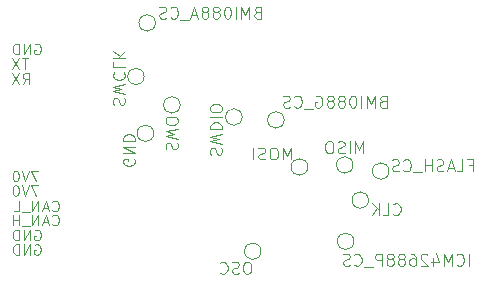
<source format=gbo>
G04 #@! TF.GenerationSoftware,KiCad,Pcbnew,8.0.1*
G04 #@! TF.CreationDate,2024-04-22T06:17:08+03:00*
G04 #@! TF.ProjectId,IMU module,494d5520-6d6f-4647-956c-652e6b696361,rev?*
G04 #@! TF.SameCoordinates,Original*
G04 #@! TF.FileFunction,Legend,Bot*
G04 #@! TF.FilePolarity,Positive*
%FSLAX46Y46*%
G04 Gerber Fmt 4.6, Leading zero omitted, Abs format (unit mm)*
G04 Created by KiCad (PCBNEW 8.0.1) date 2024-04-22 06:17:08*
%MOMM*%
%LPD*%
G01*
G04 APERTURE LIST*
%ADD10C,0.100000*%
%ADD11C,0.120000*%
%ADD12C,0.500000*%
%ADD13O,2.000000X1.090000*%
%ADD14O,1.600000X1.050000*%
%ADD15C,0.900000*%
%ADD16C,1.000000*%
G04 APERTURE END LIST*
D10*
X138030200Y-97652734D02*
X137982580Y-97509877D01*
X137982580Y-97509877D02*
X137982580Y-97271782D01*
X137982580Y-97271782D02*
X138030200Y-97176544D01*
X138030200Y-97176544D02*
X138077819Y-97128925D01*
X138077819Y-97128925D02*
X138173057Y-97081306D01*
X138173057Y-97081306D02*
X138268295Y-97081306D01*
X138268295Y-97081306D02*
X138363533Y-97128925D01*
X138363533Y-97128925D02*
X138411152Y-97176544D01*
X138411152Y-97176544D02*
X138458771Y-97271782D01*
X138458771Y-97271782D02*
X138506390Y-97462258D01*
X138506390Y-97462258D02*
X138554009Y-97557496D01*
X138554009Y-97557496D02*
X138601628Y-97605115D01*
X138601628Y-97605115D02*
X138696866Y-97652734D01*
X138696866Y-97652734D02*
X138792104Y-97652734D01*
X138792104Y-97652734D02*
X138887342Y-97605115D01*
X138887342Y-97605115D02*
X138934961Y-97557496D01*
X138934961Y-97557496D02*
X138982580Y-97462258D01*
X138982580Y-97462258D02*
X138982580Y-97224163D01*
X138982580Y-97224163D02*
X138934961Y-97081306D01*
X138982580Y-96747972D02*
X137982580Y-96509877D01*
X137982580Y-96509877D02*
X138696866Y-96319401D01*
X138696866Y-96319401D02*
X137982580Y-96128925D01*
X137982580Y-96128925D02*
X138982580Y-95890830D01*
X138077819Y-94938449D02*
X138030200Y-94986068D01*
X138030200Y-94986068D02*
X137982580Y-95128925D01*
X137982580Y-95128925D02*
X137982580Y-95224163D01*
X137982580Y-95224163D02*
X138030200Y-95367020D01*
X138030200Y-95367020D02*
X138125438Y-95462258D01*
X138125438Y-95462258D02*
X138220676Y-95509877D01*
X138220676Y-95509877D02*
X138411152Y-95557496D01*
X138411152Y-95557496D02*
X138554009Y-95557496D01*
X138554009Y-95557496D02*
X138744485Y-95509877D01*
X138744485Y-95509877D02*
X138839723Y-95462258D01*
X138839723Y-95462258D02*
X138934961Y-95367020D01*
X138934961Y-95367020D02*
X138982580Y-95224163D01*
X138982580Y-95224163D02*
X138982580Y-95128925D01*
X138982580Y-95128925D02*
X138934961Y-94986068D01*
X138934961Y-94986068D02*
X138887342Y-94938449D01*
X137982580Y-94033687D02*
X137982580Y-94509877D01*
X137982580Y-94509877D02*
X138982580Y-94509877D01*
X137982580Y-93700353D02*
X138982580Y-93700353D01*
X137982580Y-93128925D02*
X138554009Y-93557496D01*
X138982580Y-93128925D02*
X138411152Y-93700353D01*
X130346925Y-95901111D02*
X130646925Y-95472539D01*
X130861211Y-95901111D02*
X130861211Y-95001111D01*
X130861211Y-95001111D02*
X130518354Y-95001111D01*
X130518354Y-95001111D02*
X130432639Y-95043968D01*
X130432639Y-95043968D02*
X130389782Y-95086825D01*
X130389782Y-95086825D02*
X130346925Y-95172539D01*
X130346925Y-95172539D02*
X130346925Y-95301111D01*
X130346925Y-95301111D02*
X130389782Y-95386825D01*
X130389782Y-95386825D02*
X130432639Y-95429682D01*
X130432639Y-95429682D02*
X130518354Y-95472539D01*
X130518354Y-95472539D02*
X130861211Y-95472539D01*
X130046925Y-95001111D02*
X129446925Y-95901111D01*
X129446925Y-95001111D02*
X130046925Y-95901111D01*
X168128115Y-111295419D02*
X168128115Y-110295419D01*
X167080497Y-111200180D02*
X167128116Y-111247800D01*
X167128116Y-111247800D02*
X167270973Y-111295419D01*
X167270973Y-111295419D02*
X167366211Y-111295419D01*
X167366211Y-111295419D02*
X167509068Y-111247800D01*
X167509068Y-111247800D02*
X167604306Y-111152561D01*
X167604306Y-111152561D02*
X167651925Y-111057323D01*
X167651925Y-111057323D02*
X167699544Y-110866847D01*
X167699544Y-110866847D02*
X167699544Y-110723990D01*
X167699544Y-110723990D02*
X167651925Y-110533514D01*
X167651925Y-110533514D02*
X167604306Y-110438276D01*
X167604306Y-110438276D02*
X167509068Y-110343038D01*
X167509068Y-110343038D02*
X167366211Y-110295419D01*
X167366211Y-110295419D02*
X167270973Y-110295419D01*
X167270973Y-110295419D02*
X167128116Y-110343038D01*
X167128116Y-110343038D02*
X167080497Y-110390657D01*
X166651925Y-111295419D02*
X166651925Y-110295419D01*
X166651925Y-110295419D02*
X166318592Y-111009704D01*
X166318592Y-111009704D02*
X165985259Y-110295419D01*
X165985259Y-110295419D02*
X165985259Y-111295419D01*
X165080497Y-110628752D02*
X165080497Y-111295419D01*
X165318592Y-110247800D02*
X165556687Y-110962085D01*
X165556687Y-110962085D02*
X164937640Y-110962085D01*
X164604306Y-110390657D02*
X164556687Y-110343038D01*
X164556687Y-110343038D02*
X164461449Y-110295419D01*
X164461449Y-110295419D02*
X164223354Y-110295419D01*
X164223354Y-110295419D02*
X164128116Y-110343038D01*
X164128116Y-110343038D02*
X164080497Y-110390657D01*
X164080497Y-110390657D02*
X164032878Y-110485895D01*
X164032878Y-110485895D02*
X164032878Y-110581133D01*
X164032878Y-110581133D02*
X164080497Y-110723990D01*
X164080497Y-110723990D02*
X164651925Y-111295419D01*
X164651925Y-111295419D02*
X164032878Y-111295419D01*
X163175735Y-110295419D02*
X163366211Y-110295419D01*
X163366211Y-110295419D02*
X163461449Y-110343038D01*
X163461449Y-110343038D02*
X163509068Y-110390657D01*
X163509068Y-110390657D02*
X163604306Y-110533514D01*
X163604306Y-110533514D02*
X163651925Y-110723990D01*
X163651925Y-110723990D02*
X163651925Y-111104942D01*
X163651925Y-111104942D02*
X163604306Y-111200180D01*
X163604306Y-111200180D02*
X163556687Y-111247800D01*
X163556687Y-111247800D02*
X163461449Y-111295419D01*
X163461449Y-111295419D02*
X163270973Y-111295419D01*
X163270973Y-111295419D02*
X163175735Y-111247800D01*
X163175735Y-111247800D02*
X163128116Y-111200180D01*
X163128116Y-111200180D02*
X163080497Y-111104942D01*
X163080497Y-111104942D02*
X163080497Y-110866847D01*
X163080497Y-110866847D02*
X163128116Y-110771609D01*
X163128116Y-110771609D02*
X163175735Y-110723990D01*
X163175735Y-110723990D02*
X163270973Y-110676371D01*
X163270973Y-110676371D02*
X163461449Y-110676371D01*
X163461449Y-110676371D02*
X163556687Y-110723990D01*
X163556687Y-110723990D02*
X163604306Y-110771609D01*
X163604306Y-110771609D02*
X163651925Y-110866847D01*
X162509068Y-110723990D02*
X162604306Y-110676371D01*
X162604306Y-110676371D02*
X162651925Y-110628752D01*
X162651925Y-110628752D02*
X162699544Y-110533514D01*
X162699544Y-110533514D02*
X162699544Y-110485895D01*
X162699544Y-110485895D02*
X162651925Y-110390657D01*
X162651925Y-110390657D02*
X162604306Y-110343038D01*
X162604306Y-110343038D02*
X162509068Y-110295419D01*
X162509068Y-110295419D02*
X162318592Y-110295419D01*
X162318592Y-110295419D02*
X162223354Y-110343038D01*
X162223354Y-110343038D02*
X162175735Y-110390657D01*
X162175735Y-110390657D02*
X162128116Y-110485895D01*
X162128116Y-110485895D02*
X162128116Y-110533514D01*
X162128116Y-110533514D02*
X162175735Y-110628752D01*
X162175735Y-110628752D02*
X162223354Y-110676371D01*
X162223354Y-110676371D02*
X162318592Y-110723990D01*
X162318592Y-110723990D02*
X162509068Y-110723990D01*
X162509068Y-110723990D02*
X162604306Y-110771609D01*
X162604306Y-110771609D02*
X162651925Y-110819228D01*
X162651925Y-110819228D02*
X162699544Y-110914466D01*
X162699544Y-110914466D02*
X162699544Y-111104942D01*
X162699544Y-111104942D02*
X162651925Y-111200180D01*
X162651925Y-111200180D02*
X162604306Y-111247800D01*
X162604306Y-111247800D02*
X162509068Y-111295419D01*
X162509068Y-111295419D02*
X162318592Y-111295419D01*
X162318592Y-111295419D02*
X162223354Y-111247800D01*
X162223354Y-111247800D02*
X162175735Y-111200180D01*
X162175735Y-111200180D02*
X162128116Y-111104942D01*
X162128116Y-111104942D02*
X162128116Y-110914466D01*
X162128116Y-110914466D02*
X162175735Y-110819228D01*
X162175735Y-110819228D02*
X162223354Y-110771609D01*
X162223354Y-110771609D02*
X162318592Y-110723990D01*
X161556687Y-110723990D02*
X161651925Y-110676371D01*
X161651925Y-110676371D02*
X161699544Y-110628752D01*
X161699544Y-110628752D02*
X161747163Y-110533514D01*
X161747163Y-110533514D02*
X161747163Y-110485895D01*
X161747163Y-110485895D02*
X161699544Y-110390657D01*
X161699544Y-110390657D02*
X161651925Y-110343038D01*
X161651925Y-110343038D02*
X161556687Y-110295419D01*
X161556687Y-110295419D02*
X161366211Y-110295419D01*
X161366211Y-110295419D02*
X161270973Y-110343038D01*
X161270973Y-110343038D02*
X161223354Y-110390657D01*
X161223354Y-110390657D02*
X161175735Y-110485895D01*
X161175735Y-110485895D02*
X161175735Y-110533514D01*
X161175735Y-110533514D02*
X161223354Y-110628752D01*
X161223354Y-110628752D02*
X161270973Y-110676371D01*
X161270973Y-110676371D02*
X161366211Y-110723990D01*
X161366211Y-110723990D02*
X161556687Y-110723990D01*
X161556687Y-110723990D02*
X161651925Y-110771609D01*
X161651925Y-110771609D02*
X161699544Y-110819228D01*
X161699544Y-110819228D02*
X161747163Y-110914466D01*
X161747163Y-110914466D02*
X161747163Y-111104942D01*
X161747163Y-111104942D02*
X161699544Y-111200180D01*
X161699544Y-111200180D02*
X161651925Y-111247800D01*
X161651925Y-111247800D02*
X161556687Y-111295419D01*
X161556687Y-111295419D02*
X161366211Y-111295419D01*
X161366211Y-111295419D02*
X161270973Y-111247800D01*
X161270973Y-111247800D02*
X161223354Y-111200180D01*
X161223354Y-111200180D02*
X161175735Y-111104942D01*
X161175735Y-111104942D02*
X161175735Y-110914466D01*
X161175735Y-110914466D02*
X161223354Y-110819228D01*
X161223354Y-110819228D02*
X161270973Y-110771609D01*
X161270973Y-110771609D02*
X161366211Y-110723990D01*
X160747163Y-111295419D02*
X160747163Y-110295419D01*
X160747163Y-110295419D02*
X160366211Y-110295419D01*
X160366211Y-110295419D02*
X160270973Y-110343038D01*
X160270973Y-110343038D02*
X160223354Y-110390657D01*
X160223354Y-110390657D02*
X160175735Y-110485895D01*
X160175735Y-110485895D02*
X160175735Y-110628752D01*
X160175735Y-110628752D02*
X160223354Y-110723990D01*
X160223354Y-110723990D02*
X160270973Y-110771609D01*
X160270973Y-110771609D02*
X160366211Y-110819228D01*
X160366211Y-110819228D02*
X160747163Y-110819228D01*
X159985259Y-111390657D02*
X159223354Y-111390657D01*
X158413830Y-111200180D02*
X158461449Y-111247800D01*
X158461449Y-111247800D02*
X158604306Y-111295419D01*
X158604306Y-111295419D02*
X158699544Y-111295419D01*
X158699544Y-111295419D02*
X158842401Y-111247800D01*
X158842401Y-111247800D02*
X158937639Y-111152561D01*
X158937639Y-111152561D02*
X158985258Y-111057323D01*
X158985258Y-111057323D02*
X159032877Y-110866847D01*
X159032877Y-110866847D02*
X159032877Y-110723990D01*
X159032877Y-110723990D02*
X158985258Y-110533514D01*
X158985258Y-110533514D02*
X158937639Y-110438276D01*
X158937639Y-110438276D02*
X158842401Y-110343038D01*
X158842401Y-110343038D02*
X158699544Y-110295419D01*
X158699544Y-110295419D02*
X158604306Y-110295419D01*
X158604306Y-110295419D02*
X158461449Y-110343038D01*
X158461449Y-110343038D02*
X158413830Y-110390657D01*
X158032877Y-111247800D02*
X157890020Y-111295419D01*
X157890020Y-111295419D02*
X157651925Y-111295419D01*
X157651925Y-111295419D02*
X157556687Y-111247800D01*
X157556687Y-111247800D02*
X157509068Y-111200180D01*
X157509068Y-111200180D02*
X157461449Y-111104942D01*
X157461449Y-111104942D02*
X157461449Y-111009704D01*
X157461449Y-111009704D02*
X157509068Y-110914466D01*
X157509068Y-110914466D02*
X157556687Y-110866847D01*
X157556687Y-110866847D02*
X157651925Y-110819228D01*
X157651925Y-110819228D02*
X157842401Y-110771609D01*
X157842401Y-110771609D02*
X157937639Y-110723990D01*
X157937639Y-110723990D02*
X157985258Y-110676371D01*
X157985258Y-110676371D02*
X158032877Y-110581133D01*
X158032877Y-110581133D02*
X158032877Y-110485895D01*
X158032877Y-110485895D02*
X157985258Y-110390657D01*
X157985258Y-110390657D02*
X157937639Y-110343038D01*
X157937639Y-110343038D02*
X157842401Y-110295419D01*
X157842401Y-110295419D02*
X157604306Y-110295419D01*
X157604306Y-110295419D02*
X157461449Y-110343038D01*
X150197782Y-89851609D02*
X150054925Y-89899228D01*
X150054925Y-89899228D02*
X150007306Y-89946847D01*
X150007306Y-89946847D02*
X149959687Y-90042085D01*
X149959687Y-90042085D02*
X149959687Y-90184942D01*
X149959687Y-90184942D02*
X150007306Y-90280180D01*
X150007306Y-90280180D02*
X150054925Y-90327800D01*
X150054925Y-90327800D02*
X150150163Y-90375419D01*
X150150163Y-90375419D02*
X150531115Y-90375419D01*
X150531115Y-90375419D02*
X150531115Y-89375419D01*
X150531115Y-89375419D02*
X150197782Y-89375419D01*
X150197782Y-89375419D02*
X150102544Y-89423038D01*
X150102544Y-89423038D02*
X150054925Y-89470657D01*
X150054925Y-89470657D02*
X150007306Y-89565895D01*
X150007306Y-89565895D02*
X150007306Y-89661133D01*
X150007306Y-89661133D02*
X150054925Y-89756371D01*
X150054925Y-89756371D02*
X150102544Y-89803990D01*
X150102544Y-89803990D02*
X150197782Y-89851609D01*
X150197782Y-89851609D02*
X150531115Y-89851609D01*
X149531115Y-90375419D02*
X149531115Y-89375419D01*
X149531115Y-89375419D02*
X149197782Y-90089704D01*
X149197782Y-90089704D02*
X148864449Y-89375419D01*
X148864449Y-89375419D02*
X148864449Y-90375419D01*
X148388258Y-90375419D02*
X148388258Y-89375419D01*
X147721592Y-89375419D02*
X147626354Y-89375419D01*
X147626354Y-89375419D02*
X147531116Y-89423038D01*
X147531116Y-89423038D02*
X147483497Y-89470657D01*
X147483497Y-89470657D02*
X147435878Y-89565895D01*
X147435878Y-89565895D02*
X147388259Y-89756371D01*
X147388259Y-89756371D02*
X147388259Y-89994466D01*
X147388259Y-89994466D02*
X147435878Y-90184942D01*
X147435878Y-90184942D02*
X147483497Y-90280180D01*
X147483497Y-90280180D02*
X147531116Y-90327800D01*
X147531116Y-90327800D02*
X147626354Y-90375419D01*
X147626354Y-90375419D02*
X147721592Y-90375419D01*
X147721592Y-90375419D02*
X147816830Y-90327800D01*
X147816830Y-90327800D02*
X147864449Y-90280180D01*
X147864449Y-90280180D02*
X147912068Y-90184942D01*
X147912068Y-90184942D02*
X147959687Y-89994466D01*
X147959687Y-89994466D02*
X147959687Y-89756371D01*
X147959687Y-89756371D02*
X147912068Y-89565895D01*
X147912068Y-89565895D02*
X147864449Y-89470657D01*
X147864449Y-89470657D02*
X147816830Y-89423038D01*
X147816830Y-89423038D02*
X147721592Y-89375419D01*
X146816830Y-89803990D02*
X146912068Y-89756371D01*
X146912068Y-89756371D02*
X146959687Y-89708752D01*
X146959687Y-89708752D02*
X147007306Y-89613514D01*
X147007306Y-89613514D02*
X147007306Y-89565895D01*
X147007306Y-89565895D02*
X146959687Y-89470657D01*
X146959687Y-89470657D02*
X146912068Y-89423038D01*
X146912068Y-89423038D02*
X146816830Y-89375419D01*
X146816830Y-89375419D02*
X146626354Y-89375419D01*
X146626354Y-89375419D02*
X146531116Y-89423038D01*
X146531116Y-89423038D02*
X146483497Y-89470657D01*
X146483497Y-89470657D02*
X146435878Y-89565895D01*
X146435878Y-89565895D02*
X146435878Y-89613514D01*
X146435878Y-89613514D02*
X146483497Y-89708752D01*
X146483497Y-89708752D02*
X146531116Y-89756371D01*
X146531116Y-89756371D02*
X146626354Y-89803990D01*
X146626354Y-89803990D02*
X146816830Y-89803990D01*
X146816830Y-89803990D02*
X146912068Y-89851609D01*
X146912068Y-89851609D02*
X146959687Y-89899228D01*
X146959687Y-89899228D02*
X147007306Y-89994466D01*
X147007306Y-89994466D02*
X147007306Y-90184942D01*
X147007306Y-90184942D02*
X146959687Y-90280180D01*
X146959687Y-90280180D02*
X146912068Y-90327800D01*
X146912068Y-90327800D02*
X146816830Y-90375419D01*
X146816830Y-90375419D02*
X146626354Y-90375419D01*
X146626354Y-90375419D02*
X146531116Y-90327800D01*
X146531116Y-90327800D02*
X146483497Y-90280180D01*
X146483497Y-90280180D02*
X146435878Y-90184942D01*
X146435878Y-90184942D02*
X146435878Y-89994466D01*
X146435878Y-89994466D02*
X146483497Y-89899228D01*
X146483497Y-89899228D02*
X146531116Y-89851609D01*
X146531116Y-89851609D02*
X146626354Y-89803990D01*
X145864449Y-89803990D02*
X145959687Y-89756371D01*
X145959687Y-89756371D02*
X146007306Y-89708752D01*
X146007306Y-89708752D02*
X146054925Y-89613514D01*
X146054925Y-89613514D02*
X146054925Y-89565895D01*
X146054925Y-89565895D02*
X146007306Y-89470657D01*
X146007306Y-89470657D02*
X145959687Y-89423038D01*
X145959687Y-89423038D02*
X145864449Y-89375419D01*
X145864449Y-89375419D02*
X145673973Y-89375419D01*
X145673973Y-89375419D02*
X145578735Y-89423038D01*
X145578735Y-89423038D02*
X145531116Y-89470657D01*
X145531116Y-89470657D02*
X145483497Y-89565895D01*
X145483497Y-89565895D02*
X145483497Y-89613514D01*
X145483497Y-89613514D02*
X145531116Y-89708752D01*
X145531116Y-89708752D02*
X145578735Y-89756371D01*
X145578735Y-89756371D02*
X145673973Y-89803990D01*
X145673973Y-89803990D02*
X145864449Y-89803990D01*
X145864449Y-89803990D02*
X145959687Y-89851609D01*
X145959687Y-89851609D02*
X146007306Y-89899228D01*
X146007306Y-89899228D02*
X146054925Y-89994466D01*
X146054925Y-89994466D02*
X146054925Y-90184942D01*
X146054925Y-90184942D02*
X146007306Y-90280180D01*
X146007306Y-90280180D02*
X145959687Y-90327800D01*
X145959687Y-90327800D02*
X145864449Y-90375419D01*
X145864449Y-90375419D02*
X145673973Y-90375419D01*
X145673973Y-90375419D02*
X145578735Y-90327800D01*
X145578735Y-90327800D02*
X145531116Y-90280180D01*
X145531116Y-90280180D02*
X145483497Y-90184942D01*
X145483497Y-90184942D02*
X145483497Y-89994466D01*
X145483497Y-89994466D02*
X145531116Y-89899228D01*
X145531116Y-89899228D02*
X145578735Y-89851609D01*
X145578735Y-89851609D02*
X145673973Y-89803990D01*
X145102544Y-90089704D02*
X144626354Y-90089704D01*
X145197782Y-90375419D02*
X144864449Y-89375419D01*
X144864449Y-89375419D02*
X144531116Y-90375419D01*
X144435878Y-90470657D02*
X143673973Y-90470657D01*
X142864449Y-90280180D02*
X142912068Y-90327800D01*
X142912068Y-90327800D02*
X143054925Y-90375419D01*
X143054925Y-90375419D02*
X143150163Y-90375419D01*
X143150163Y-90375419D02*
X143293020Y-90327800D01*
X143293020Y-90327800D02*
X143388258Y-90232561D01*
X143388258Y-90232561D02*
X143435877Y-90137323D01*
X143435877Y-90137323D02*
X143483496Y-89946847D01*
X143483496Y-89946847D02*
X143483496Y-89803990D01*
X143483496Y-89803990D02*
X143435877Y-89613514D01*
X143435877Y-89613514D02*
X143388258Y-89518276D01*
X143388258Y-89518276D02*
X143293020Y-89423038D01*
X143293020Y-89423038D02*
X143150163Y-89375419D01*
X143150163Y-89375419D02*
X143054925Y-89375419D01*
X143054925Y-89375419D02*
X142912068Y-89423038D01*
X142912068Y-89423038D02*
X142864449Y-89470657D01*
X142483496Y-90327800D02*
X142340639Y-90375419D01*
X142340639Y-90375419D02*
X142102544Y-90375419D01*
X142102544Y-90375419D02*
X142007306Y-90327800D01*
X142007306Y-90327800D02*
X141959687Y-90280180D01*
X141959687Y-90280180D02*
X141912068Y-90184942D01*
X141912068Y-90184942D02*
X141912068Y-90089704D01*
X141912068Y-90089704D02*
X141959687Y-89994466D01*
X141959687Y-89994466D02*
X142007306Y-89946847D01*
X142007306Y-89946847D02*
X142102544Y-89899228D01*
X142102544Y-89899228D02*
X142293020Y-89851609D01*
X142293020Y-89851609D02*
X142388258Y-89803990D01*
X142388258Y-89803990D02*
X142435877Y-89756371D01*
X142435877Y-89756371D02*
X142483496Y-89661133D01*
X142483496Y-89661133D02*
X142483496Y-89565895D01*
X142483496Y-89565895D02*
X142435877Y-89470657D01*
X142435877Y-89470657D02*
X142388258Y-89423038D01*
X142388258Y-89423038D02*
X142293020Y-89375419D01*
X142293020Y-89375419D02*
X142054925Y-89375419D01*
X142054925Y-89375419D02*
X141912068Y-89423038D01*
X161717687Y-106918180D02*
X161765306Y-106965800D01*
X161765306Y-106965800D02*
X161908163Y-107013419D01*
X161908163Y-107013419D02*
X162003401Y-107013419D01*
X162003401Y-107013419D02*
X162146258Y-106965800D01*
X162146258Y-106965800D02*
X162241496Y-106870561D01*
X162241496Y-106870561D02*
X162289115Y-106775323D01*
X162289115Y-106775323D02*
X162336734Y-106584847D01*
X162336734Y-106584847D02*
X162336734Y-106441990D01*
X162336734Y-106441990D02*
X162289115Y-106251514D01*
X162289115Y-106251514D02*
X162241496Y-106156276D01*
X162241496Y-106156276D02*
X162146258Y-106061038D01*
X162146258Y-106061038D02*
X162003401Y-106013419D01*
X162003401Y-106013419D02*
X161908163Y-106013419D01*
X161908163Y-106013419D02*
X161765306Y-106061038D01*
X161765306Y-106061038D02*
X161717687Y-106108657D01*
X160812925Y-107013419D02*
X161289115Y-107013419D01*
X161289115Y-107013419D02*
X161289115Y-106013419D01*
X160479591Y-107013419D02*
X160479591Y-106013419D01*
X159908163Y-107013419D02*
X160336734Y-106441990D01*
X159908163Y-106013419D02*
X160479591Y-106584847D01*
X131375496Y-109534514D02*
X131461211Y-109491657D01*
X131461211Y-109491657D02*
X131589782Y-109491657D01*
X131589782Y-109491657D02*
X131718353Y-109534514D01*
X131718353Y-109534514D02*
X131804068Y-109620228D01*
X131804068Y-109620228D02*
X131846925Y-109705942D01*
X131846925Y-109705942D02*
X131889782Y-109877371D01*
X131889782Y-109877371D02*
X131889782Y-110005942D01*
X131889782Y-110005942D02*
X131846925Y-110177371D01*
X131846925Y-110177371D02*
X131804068Y-110263085D01*
X131804068Y-110263085D02*
X131718353Y-110348800D01*
X131718353Y-110348800D02*
X131589782Y-110391657D01*
X131589782Y-110391657D02*
X131504068Y-110391657D01*
X131504068Y-110391657D02*
X131375496Y-110348800D01*
X131375496Y-110348800D02*
X131332639Y-110305942D01*
X131332639Y-110305942D02*
X131332639Y-110005942D01*
X131332639Y-110005942D02*
X131504068Y-110005942D01*
X130946925Y-110391657D02*
X130946925Y-109491657D01*
X130946925Y-109491657D02*
X130432639Y-110391657D01*
X130432639Y-110391657D02*
X130432639Y-109491657D01*
X130004068Y-110391657D02*
X130004068Y-109491657D01*
X130004068Y-109491657D02*
X129789782Y-109491657D01*
X129789782Y-109491657D02*
X129661211Y-109534514D01*
X129661211Y-109534514D02*
X129575496Y-109620228D01*
X129575496Y-109620228D02*
X129532639Y-109705942D01*
X129532639Y-109705942D02*
X129489782Y-109877371D01*
X129489782Y-109877371D02*
X129489782Y-110005942D01*
X129489782Y-110005942D02*
X129532639Y-110177371D01*
X129532639Y-110177371D02*
X129575496Y-110263085D01*
X129575496Y-110263085D02*
X129661211Y-110348800D01*
X129661211Y-110348800D02*
X129789782Y-110391657D01*
X129789782Y-110391657D02*
X130004068Y-110391657D01*
X131675497Y-104491657D02*
X131075497Y-104491657D01*
X131075497Y-104491657D02*
X131461211Y-105391657D01*
X130861211Y-104491657D02*
X130561211Y-105391657D01*
X130561211Y-105391657D02*
X130261211Y-104491657D01*
X129789782Y-104491657D02*
X129704068Y-104491657D01*
X129704068Y-104491657D02*
X129618354Y-104534514D01*
X129618354Y-104534514D02*
X129575497Y-104577371D01*
X129575497Y-104577371D02*
X129532639Y-104663085D01*
X129532639Y-104663085D02*
X129489782Y-104834514D01*
X129489782Y-104834514D02*
X129489782Y-105048800D01*
X129489782Y-105048800D02*
X129532639Y-105220228D01*
X129532639Y-105220228D02*
X129575497Y-105305942D01*
X129575497Y-105305942D02*
X129618354Y-105348800D01*
X129618354Y-105348800D02*
X129704068Y-105391657D01*
X129704068Y-105391657D02*
X129789782Y-105391657D01*
X129789782Y-105391657D02*
X129875497Y-105348800D01*
X129875497Y-105348800D02*
X129918354Y-105305942D01*
X129918354Y-105305942D02*
X129961211Y-105220228D01*
X129961211Y-105220228D02*
X130004068Y-105048800D01*
X130004068Y-105048800D02*
X130004068Y-104834514D01*
X130004068Y-104834514D02*
X129961211Y-104663085D01*
X129961211Y-104663085D02*
X129918354Y-104577371D01*
X129918354Y-104577371D02*
X129875497Y-104534514D01*
X129875497Y-104534514D02*
X129789782Y-104491657D01*
X131675497Y-103238657D02*
X131075497Y-103238657D01*
X131075497Y-103238657D02*
X131461211Y-104138657D01*
X130861211Y-103238657D02*
X130561211Y-104138657D01*
X130561211Y-104138657D02*
X130261211Y-103238657D01*
X129789782Y-103238657D02*
X129704068Y-103238657D01*
X129704068Y-103238657D02*
X129618354Y-103281514D01*
X129618354Y-103281514D02*
X129575497Y-103324371D01*
X129575497Y-103324371D02*
X129532639Y-103410085D01*
X129532639Y-103410085D02*
X129489782Y-103581514D01*
X129489782Y-103581514D02*
X129489782Y-103795800D01*
X129489782Y-103795800D02*
X129532639Y-103967228D01*
X129532639Y-103967228D02*
X129575497Y-104052942D01*
X129575497Y-104052942D02*
X129618354Y-104095800D01*
X129618354Y-104095800D02*
X129704068Y-104138657D01*
X129704068Y-104138657D02*
X129789782Y-104138657D01*
X129789782Y-104138657D02*
X129875497Y-104095800D01*
X129875497Y-104095800D02*
X129918354Y-104052942D01*
X129918354Y-104052942D02*
X129961211Y-103967228D01*
X129961211Y-103967228D02*
X130004068Y-103795800D01*
X130004068Y-103795800D02*
X130004068Y-103581514D01*
X130004068Y-103581514D02*
X129961211Y-103410085D01*
X129961211Y-103410085D02*
X129918354Y-103324371D01*
X129918354Y-103324371D02*
X129875497Y-103281514D01*
X129875497Y-103281514D02*
X129789782Y-103238657D01*
X149444639Y-110974419D02*
X149254163Y-110974419D01*
X149254163Y-110974419D02*
X149158925Y-111022038D01*
X149158925Y-111022038D02*
X149063687Y-111117276D01*
X149063687Y-111117276D02*
X149016068Y-111307752D01*
X149016068Y-111307752D02*
X149016068Y-111641085D01*
X149016068Y-111641085D02*
X149063687Y-111831561D01*
X149063687Y-111831561D02*
X149158925Y-111926800D01*
X149158925Y-111926800D02*
X149254163Y-111974419D01*
X149254163Y-111974419D02*
X149444639Y-111974419D01*
X149444639Y-111974419D02*
X149539877Y-111926800D01*
X149539877Y-111926800D02*
X149635115Y-111831561D01*
X149635115Y-111831561D02*
X149682734Y-111641085D01*
X149682734Y-111641085D02*
X149682734Y-111307752D01*
X149682734Y-111307752D02*
X149635115Y-111117276D01*
X149635115Y-111117276D02*
X149539877Y-111022038D01*
X149539877Y-111022038D02*
X149444639Y-110974419D01*
X148635115Y-111926800D02*
X148492258Y-111974419D01*
X148492258Y-111974419D02*
X148254163Y-111974419D01*
X148254163Y-111974419D02*
X148158925Y-111926800D01*
X148158925Y-111926800D02*
X148111306Y-111879180D01*
X148111306Y-111879180D02*
X148063687Y-111783942D01*
X148063687Y-111783942D02*
X148063687Y-111688704D01*
X148063687Y-111688704D02*
X148111306Y-111593466D01*
X148111306Y-111593466D02*
X148158925Y-111545847D01*
X148158925Y-111545847D02*
X148254163Y-111498228D01*
X148254163Y-111498228D02*
X148444639Y-111450609D01*
X148444639Y-111450609D02*
X148539877Y-111402990D01*
X148539877Y-111402990D02*
X148587496Y-111355371D01*
X148587496Y-111355371D02*
X148635115Y-111260133D01*
X148635115Y-111260133D02*
X148635115Y-111164895D01*
X148635115Y-111164895D02*
X148587496Y-111069657D01*
X148587496Y-111069657D02*
X148539877Y-111022038D01*
X148539877Y-111022038D02*
X148444639Y-110974419D01*
X148444639Y-110974419D02*
X148206544Y-110974419D01*
X148206544Y-110974419D02*
X148063687Y-111022038D01*
X147063687Y-111879180D02*
X147111306Y-111926800D01*
X147111306Y-111926800D02*
X147254163Y-111974419D01*
X147254163Y-111974419D02*
X147349401Y-111974419D01*
X147349401Y-111974419D02*
X147492258Y-111926800D01*
X147492258Y-111926800D02*
X147587496Y-111831561D01*
X147587496Y-111831561D02*
X147635115Y-111736323D01*
X147635115Y-111736323D02*
X147682734Y-111545847D01*
X147682734Y-111545847D02*
X147682734Y-111402990D01*
X147682734Y-111402990D02*
X147635115Y-111212514D01*
X147635115Y-111212514D02*
X147587496Y-111117276D01*
X147587496Y-111117276D02*
X147492258Y-111022038D01*
X147492258Y-111022038D02*
X147349401Y-110974419D01*
X147349401Y-110974419D02*
X147254163Y-110974419D01*
X147254163Y-110974419D02*
X147111306Y-111022038D01*
X147111306Y-111022038D02*
X147063687Y-111069657D01*
X160818782Y-97382609D02*
X160675925Y-97430228D01*
X160675925Y-97430228D02*
X160628306Y-97477847D01*
X160628306Y-97477847D02*
X160580687Y-97573085D01*
X160580687Y-97573085D02*
X160580687Y-97715942D01*
X160580687Y-97715942D02*
X160628306Y-97811180D01*
X160628306Y-97811180D02*
X160675925Y-97858800D01*
X160675925Y-97858800D02*
X160771163Y-97906419D01*
X160771163Y-97906419D02*
X161152115Y-97906419D01*
X161152115Y-97906419D02*
X161152115Y-96906419D01*
X161152115Y-96906419D02*
X160818782Y-96906419D01*
X160818782Y-96906419D02*
X160723544Y-96954038D01*
X160723544Y-96954038D02*
X160675925Y-97001657D01*
X160675925Y-97001657D02*
X160628306Y-97096895D01*
X160628306Y-97096895D02*
X160628306Y-97192133D01*
X160628306Y-97192133D02*
X160675925Y-97287371D01*
X160675925Y-97287371D02*
X160723544Y-97334990D01*
X160723544Y-97334990D02*
X160818782Y-97382609D01*
X160818782Y-97382609D02*
X161152115Y-97382609D01*
X160152115Y-97906419D02*
X160152115Y-96906419D01*
X160152115Y-96906419D02*
X159818782Y-97620704D01*
X159818782Y-97620704D02*
X159485449Y-96906419D01*
X159485449Y-96906419D02*
X159485449Y-97906419D01*
X159009258Y-97906419D02*
X159009258Y-96906419D01*
X158342592Y-96906419D02*
X158247354Y-96906419D01*
X158247354Y-96906419D02*
X158152116Y-96954038D01*
X158152116Y-96954038D02*
X158104497Y-97001657D01*
X158104497Y-97001657D02*
X158056878Y-97096895D01*
X158056878Y-97096895D02*
X158009259Y-97287371D01*
X158009259Y-97287371D02*
X158009259Y-97525466D01*
X158009259Y-97525466D02*
X158056878Y-97715942D01*
X158056878Y-97715942D02*
X158104497Y-97811180D01*
X158104497Y-97811180D02*
X158152116Y-97858800D01*
X158152116Y-97858800D02*
X158247354Y-97906419D01*
X158247354Y-97906419D02*
X158342592Y-97906419D01*
X158342592Y-97906419D02*
X158437830Y-97858800D01*
X158437830Y-97858800D02*
X158485449Y-97811180D01*
X158485449Y-97811180D02*
X158533068Y-97715942D01*
X158533068Y-97715942D02*
X158580687Y-97525466D01*
X158580687Y-97525466D02*
X158580687Y-97287371D01*
X158580687Y-97287371D02*
X158533068Y-97096895D01*
X158533068Y-97096895D02*
X158485449Y-97001657D01*
X158485449Y-97001657D02*
X158437830Y-96954038D01*
X158437830Y-96954038D02*
X158342592Y-96906419D01*
X157437830Y-97334990D02*
X157533068Y-97287371D01*
X157533068Y-97287371D02*
X157580687Y-97239752D01*
X157580687Y-97239752D02*
X157628306Y-97144514D01*
X157628306Y-97144514D02*
X157628306Y-97096895D01*
X157628306Y-97096895D02*
X157580687Y-97001657D01*
X157580687Y-97001657D02*
X157533068Y-96954038D01*
X157533068Y-96954038D02*
X157437830Y-96906419D01*
X157437830Y-96906419D02*
X157247354Y-96906419D01*
X157247354Y-96906419D02*
X157152116Y-96954038D01*
X157152116Y-96954038D02*
X157104497Y-97001657D01*
X157104497Y-97001657D02*
X157056878Y-97096895D01*
X157056878Y-97096895D02*
X157056878Y-97144514D01*
X157056878Y-97144514D02*
X157104497Y-97239752D01*
X157104497Y-97239752D02*
X157152116Y-97287371D01*
X157152116Y-97287371D02*
X157247354Y-97334990D01*
X157247354Y-97334990D02*
X157437830Y-97334990D01*
X157437830Y-97334990D02*
X157533068Y-97382609D01*
X157533068Y-97382609D02*
X157580687Y-97430228D01*
X157580687Y-97430228D02*
X157628306Y-97525466D01*
X157628306Y-97525466D02*
X157628306Y-97715942D01*
X157628306Y-97715942D02*
X157580687Y-97811180D01*
X157580687Y-97811180D02*
X157533068Y-97858800D01*
X157533068Y-97858800D02*
X157437830Y-97906419D01*
X157437830Y-97906419D02*
X157247354Y-97906419D01*
X157247354Y-97906419D02*
X157152116Y-97858800D01*
X157152116Y-97858800D02*
X157104497Y-97811180D01*
X157104497Y-97811180D02*
X157056878Y-97715942D01*
X157056878Y-97715942D02*
X157056878Y-97525466D01*
X157056878Y-97525466D02*
X157104497Y-97430228D01*
X157104497Y-97430228D02*
X157152116Y-97382609D01*
X157152116Y-97382609D02*
X157247354Y-97334990D01*
X156485449Y-97334990D02*
X156580687Y-97287371D01*
X156580687Y-97287371D02*
X156628306Y-97239752D01*
X156628306Y-97239752D02*
X156675925Y-97144514D01*
X156675925Y-97144514D02*
X156675925Y-97096895D01*
X156675925Y-97096895D02*
X156628306Y-97001657D01*
X156628306Y-97001657D02*
X156580687Y-96954038D01*
X156580687Y-96954038D02*
X156485449Y-96906419D01*
X156485449Y-96906419D02*
X156294973Y-96906419D01*
X156294973Y-96906419D02*
X156199735Y-96954038D01*
X156199735Y-96954038D02*
X156152116Y-97001657D01*
X156152116Y-97001657D02*
X156104497Y-97096895D01*
X156104497Y-97096895D02*
X156104497Y-97144514D01*
X156104497Y-97144514D02*
X156152116Y-97239752D01*
X156152116Y-97239752D02*
X156199735Y-97287371D01*
X156199735Y-97287371D02*
X156294973Y-97334990D01*
X156294973Y-97334990D02*
X156485449Y-97334990D01*
X156485449Y-97334990D02*
X156580687Y-97382609D01*
X156580687Y-97382609D02*
X156628306Y-97430228D01*
X156628306Y-97430228D02*
X156675925Y-97525466D01*
X156675925Y-97525466D02*
X156675925Y-97715942D01*
X156675925Y-97715942D02*
X156628306Y-97811180D01*
X156628306Y-97811180D02*
X156580687Y-97858800D01*
X156580687Y-97858800D02*
X156485449Y-97906419D01*
X156485449Y-97906419D02*
X156294973Y-97906419D01*
X156294973Y-97906419D02*
X156199735Y-97858800D01*
X156199735Y-97858800D02*
X156152116Y-97811180D01*
X156152116Y-97811180D02*
X156104497Y-97715942D01*
X156104497Y-97715942D02*
X156104497Y-97525466D01*
X156104497Y-97525466D02*
X156152116Y-97430228D01*
X156152116Y-97430228D02*
X156199735Y-97382609D01*
X156199735Y-97382609D02*
X156294973Y-97334990D01*
X155152116Y-96954038D02*
X155247354Y-96906419D01*
X155247354Y-96906419D02*
X155390211Y-96906419D01*
X155390211Y-96906419D02*
X155533068Y-96954038D01*
X155533068Y-96954038D02*
X155628306Y-97049276D01*
X155628306Y-97049276D02*
X155675925Y-97144514D01*
X155675925Y-97144514D02*
X155723544Y-97334990D01*
X155723544Y-97334990D02*
X155723544Y-97477847D01*
X155723544Y-97477847D02*
X155675925Y-97668323D01*
X155675925Y-97668323D02*
X155628306Y-97763561D01*
X155628306Y-97763561D02*
X155533068Y-97858800D01*
X155533068Y-97858800D02*
X155390211Y-97906419D01*
X155390211Y-97906419D02*
X155294973Y-97906419D01*
X155294973Y-97906419D02*
X155152116Y-97858800D01*
X155152116Y-97858800D02*
X155104497Y-97811180D01*
X155104497Y-97811180D02*
X155104497Y-97477847D01*
X155104497Y-97477847D02*
X155294973Y-97477847D01*
X154914021Y-98001657D02*
X154152116Y-98001657D01*
X153342592Y-97811180D02*
X153390211Y-97858800D01*
X153390211Y-97858800D02*
X153533068Y-97906419D01*
X153533068Y-97906419D02*
X153628306Y-97906419D01*
X153628306Y-97906419D02*
X153771163Y-97858800D01*
X153771163Y-97858800D02*
X153866401Y-97763561D01*
X153866401Y-97763561D02*
X153914020Y-97668323D01*
X153914020Y-97668323D02*
X153961639Y-97477847D01*
X153961639Y-97477847D02*
X153961639Y-97334990D01*
X153961639Y-97334990D02*
X153914020Y-97144514D01*
X153914020Y-97144514D02*
X153866401Y-97049276D01*
X153866401Y-97049276D02*
X153771163Y-96954038D01*
X153771163Y-96954038D02*
X153628306Y-96906419D01*
X153628306Y-96906419D02*
X153533068Y-96906419D01*
X153533068Y-96906419D02*
X153390211Y-96954038D01*
X153390211Y-96954038D02*
X153342592Y-97001657D01*
X152961639Y-97858800D02*
X152818782Y-97906419D01*
X152818782Y-97906419D02*
X152580687Y-97906419D01*
X152580687Y-97906419D02*
X152485449Y-97858800D01*
X152485449Y-97858800D02*
X152437830Y-97811180D01*
X152437830Y-97811180D02*
X152390211Y-97715942D01*
X152390211Y-97715942D02*
X152390211Y-97620704D01*
X152390211Y-97620704D02*
X152437830Y-97525466D01*
X152437830Y-97525466D02*
X152485449Y-97477847D01*
X152485449Y-97477847D02*
X152580687Y-97430228D01*
X152580687Y-97430228D02*
X152771163Y-97382609D01*
X152771163Y-97382609D02*
X152866401Y-97334990D01*
X152866401Y-97334990D02*
X152914020Y-97287371D01*
X152914020Y-97287371D02*
X152961639Y-97192133D01*
X152961639Y-97192133D02*
X152961639Y-97096895D01*
X152961639Y-97096895D02*
X152914020Y-97001657D01*
X152914020Y-97001657D02*
X152866401Y-96954038D01*
X152866401Y-96954038D02*
X152771163Y-96906419D01*
X152771163Y-96906419D02*
X152533068Y-96906419D01*
X152533068Y-96906419D02*
X152390211Y-96954038D01*
X146262200Y-101886734D02*
X146214580Y-101743877D01*
X146214580Y-101743877D02*
X146214580Y-101505782D01*
X146214580Y-101505782D02*
X146262200Y-101410544D01*
X146262200Y-101410544D02*
X146309819Y-101362925D01*
X146309819Y-101362925D02*
X146405057Y-101315306D01*
X146405057Y-101315306D02*
X146500295Y-101315306D01*
X146500295Y-101315306D02*
X146595533Y-101362925D01*
X146595533Y-101362925D02*
X146643152Y-101410544D01*
X146643152Y-101410544D02*
X146690771Y-101505782D01*
X146690771Y-101505782D02*
X146738390Y-101696258D01*
X146738390Y-101696258D02*
X146786009Y-101791496D01*
X146786009Y-101791496D02*
X146833628Y-101839115D01*
X146833628Y-101839115D02*
X146928866Y-101886734D01*
X146928866Y-101886734D02*
X147024104Y-101886734D01*
X147024104Y-101886734D02*
X147119342Y-101839115D01*
X147119342Y-101839115D02*
X147166961Y-101791496D01*
X147166961Y-101791496D02*
X147214580Y-101696258D01*
X147214580Y-101696258D02*
X147214580Y-101458163D01*
X147214580Y-101458163D02*
X147166961Y-101315306D01*
X147214580Y-100981972D02*
X146214580Y-100743877D01*
X146214580Y-100743877D02*
X146928866Y-100553401D01*
X146928866Y-100553401D02*
X146214580Y-100362925D01*
X146214580Y-100362925D02*
X147214580Y-100124830D01*
X146214580Y-99743877D02*
X147214580Y-99743877D01*
X147214580Y-99743877D02*
X147214580Y-99505782D01*
X147214580Y-99505782D02*
X147166961Y-99362925D01*
X147166961Y-99362925D02*
X147071723Y-99267687D01*
X147071723Y-99267687D02*
X146976485Y-99220068D01*
X146976485Y-99220068D02*
X146786009Y-99172449D01*
X146786009Y-99172449D02*
X146643152Y-99172449D01*
X146643152Y-99172449D02*
X146452676Y-99220068D01*
X146452676Y-99220068D02*
X146357438Y-99267687D01*
X146357438Y-99267687D02*
X146262200Y-99362925D01*
X146262200Y-99362925D02*
X146214580Y-99505782D01*
X146214580Y-99505782D02*
X146214580Y-99743877D01*
X146214580Y-98743877D02*
X147214580Y-98743877D01*
X147214580Y-98077211D02*
X147214580Y-97886735D01*
X147214580Y-97886735D02*
X147166961Y-97791497D01*
X147166961Y-97791497D02*
X147071723Y-97696259D01*
X147071723Y-97696259D02*
X146881247Y-97648640D01*
X146881247Y-97648640D02*
X146547914Y-97648640D01*
X146547914Y-97648640D02*
X146357438Y-97696259D01*
X146357438Y-97696259D02*
X146262200Y-97791497D01*
X146262200Y-97791497D02*
X146214580Y-97886735D01*
X146214580Y-97886735D02*
X146214580Y-98077211D01*
X146214580Y-98077211D02*
X146262200Y-98172449D01*
X146262200Y-98172449D02*
X146357438Y-98267687D01*
X146357438Y-98267687D02*
X146547914Y-98315306D01*
X146547914Y-98315306D02*
X146881247Y-98315306D01*
X146881247Y-98315306D02*
X147071723Y-98267687D01*
X147071723Y-98267687D02*
X147166961Y-98172449D01*
X147166961Y-98172449D02*
X147214580Y-98077211D01*
X132832639Y-106605942D02*
X132875496Y-106648800D01*
X132875496Y-106648800D02*
X133004068Y-106691657D01*
X133004068Y-106691657D02*
X133089782Y-106691657D01*
X133089782Y-106691657D02*
X133218353Y-106648800D01*
X133218353Y-106648800D02*
X133304068Y-106563085D01*
X133304068Y-106563085D02*
X133346925Y-106477371D01*
X133346925Y-106477371D02*
X133389782Y-106305942D01*
X133389782Y-106305942D02*
X133389782Y-106177371D01*
X133389782Y-106177371D02*
X133346925Y-106005942D01*
X133346925Y-106005942D02*
X133304068Y-105920228D01*
X133304068Y-105920228D02*
X133218353Y-105834514D01*
X133218353Y-105834514D02*
X133089782Y-105791657D01*
X133089782Y-105791657D02*
X133004068Y-105791657D01*
X133004068Y-105791657D02*
X132875496Y-105834514D01*
X132875496Y-105834514D02*
X132832639Y-105877371D01*
X132489782Y-106434514D02*
X132061211Y-106434514D01*
X132575496Y-106691657D02*
X132275496Y-105791657D01*
X132275496Y-105791657D02*
X131975496Y-106691657D01*
X131675496Y-106691657D02*
X131675496Y-105791657D01*
X131675496Y-105791657D02*
X131161210Y-106691657D01*
X131161210Y-106691657D02*
X131161210Y-105791657D01*
X130946925Y-106777371D02*
X130261210Y-106777371D01*
X129618353Y-106691657D02*
X130046925Y-106691657D01*
X130046925Y-106691657D02*
X130046925Y-105791657D01*
X131375496Y-92543968D02*
X131461211Y-92501111D01*
X131461211Y-92501111D02*
X131589782Y-92501111D01*
X131589782Y-92501111D02*
X131718353Y-92543968D01*
X131718353Y-92543968D02*
X131804068Y-92629682D01*
X131804068Y-92629682D02*
X131846925Y-92715396D01*
X131846925Y-92715396D02*
X131889782Y-92886825D01*
X131889782Y-92886825D02*
X131889782Y-93015396D01*
X131889782Y-93015396D02*
X131846925Y-93186825D01*
X131846925Y-93186825D02*
X131804068Y-93272539D01*
X131804068Y-93272539D02*
X131718353Y-93358254D01*
X131718353Y-93358254D02*
X131589782Y-93401111D01*
X131589782Y-93401111D02*
X131504068Y-93401111D01*
X131504068Y-93401111D02*
X131375496Y-93358254D01*
X131375496Y-93358254D02*
X131332639Y-93315396D01*
X131332639Y-93315396D02*
X131332639Y-93015396D01*
X131332639Y-93015396D02*
X131504068Y-93015396D01*
X130946925Y-93401111D02*
X130946925Y-92501111D01*
X130946925Y-92501111D02*
X130432639Y-93401111D01*
X130432639Y-93401111D02*
X130432639Y-92501111D01*
X130004068Y-93401111D02*
X130004068Y-92501111D01*
X130004068Y-92501111D02*
X129789782Y-92501111D01*
X129789782Y-92501111D02*
X129661211Y-92543968D01*
X129661211Y-92543968D02*
X129575496Y-92629682D01*
X129575496Y-92629682D02*
X129532639Y-92715396D01*
X129532639Y-92715396D02*
X129489782Y-92886825D01*
X129489782Y-92886825D02*
X129489782Y-93015396D01*
X129489782Y-93015396D02*
X129532639Y-93186825D01*
X129532639Y-93186825D02*
X129575496Y-93272539D01*
X129575496Y-93272539D02*
X129661211Y-93358254D01*
X129661211Y-93358254D02*
X129789782Y-93401111D01*
X129789782Y-93401111D02*
X130004068Y-93401111D01*
X168100782Y-102781609D02*
X168434115Y-102781609D01*
X168434115Y-103305419D02*
X168434115Y-102305419D01*
X168434115Y-102305419D02*
X167957925Y-102305419D01*
X167100782Y-103305419D02*
X167576972Y-103305419D01*
X167576972Y-103305419D02*
X167576972Y-102305419D01*
X166815067Y-103019704D02*
X166338877Y-103019704D01*
X166910305Y-103305419D02*
X166576972Y-102305419D01*
X166576972Y-102305419D02*
X166243639Y-103305419D01*
X165957924Y-103257800D02*
X165815067Y-103305419D01*
X165815067Y-103305419D02*
X165576972Y-103305419D01*
X165576972Y-103305419D02*
X165481734Y-103257800D01*
X165481734Y-103257800D02*
X165434115Y-103210180D01*
X165434115Y-103210180D02*
X165386496Y-103114942D01*
X165386496Y-103114942D02*
X165386496Y-103019704D01*
X165386496Y-103019704D02*
X165434115Y-102924466D01*
X165434115Y-102924466D02*
X165481734Y-102876847D01*
X165481734Y-102876847D02*
X165576972Y-102829228D01*
X165576972Y-102829228D02*
X165767448Y-102781609D01*
X165767448Y-102781609D02*
X165862686Y-102733990D01*
X165862686Y-102733990D02*
X165910305Y-102686371D01*
X165910305Y-102686371D02*
X165957924Y-102591133D01*
X165957924Y-102591133D02*
X165957924Y-102495895D01*
X165957924Y-102495895D02*
X165910305Y-102400657D01*
X165910305Y-102400657D02*
X165862686Y-102353038D01*
X165862686Y-102353038D02*
X165767448Y-102305419D01*
X165767448Y-102305419D02*
X165529353Y-102305419D01*
X165529353Y-102305419D02*
X165386496Y-102353038D01*
X164957924Y-103305419D02*
X164957924Y-102305419D01*
X164957924Y-102781609D02*
X164386496Y-102781609D01*
X164386496Y-103305419D02*
X164386496Y-102305419D01*
X164148401Y-103400657D02*
X163386496Y-103400657D01*
X162576972Y-103210180D02*
X162624591Y-103257800D01*
X162624591Y-103257800D02*
X162767448Y-103305419D01*
X162767448Y-103305419D02*
X162862686Y-103305419D01*
X162862686Y-103305419D02*
X163005543Y-103257800D01*
X163005543Y-103257800D02*
X163100781Y-103162561D01*
X163100781Y-103162561D02*
X163148400Y-103067323D01*
X163148400Y-103067323D02*
X163196019Y-102876847D01*
X163196019Y-102876847D02*
X163196019Y-102733990D01*
X163196019Y-102733990D02*
X163148400Y-102543514D01*
X163148400Y-102543514D02*
X163100781Y-102448276D01*
X163100781Y-102448276D02*
X163005543Y-102353038D01*
X163005543Y-102353038D02*
X162862686Y-102305419D01*
X162862686Y-102305419D02*
X162767448Y-102305419D01*
X162767448Y-102305419D02*
X162624591Y-102353038D01*
X162624591Y-102353038D02*
X162576972Y-102400657D01*
X162196019Y-103257800D02*
X162053162Y-103305419D01*
X162053162Y-103305419D02*
X161815067Y-103305419D01*
X161815067Y-103305419D02*
X161719829Y-103257800D01*
X161719829Y-103257800D02*
X161672210Y-103210180D01*
X161672210Y-103210180D02*
X161624591Y-103114942D01*
X161624591Y-103114942D02*
X161624591Y-103019704D01*
X161624591Y-103019704D02*
X161672210Y-102924466D01*
X161672210Y-102924466D02*
X161719829Y-102876847D01*
X161719829Y-102876847D02*
X161815067Y-102829228D01*
X161815067Y-102829228D02*
X162005543Y-102781609D01*
X162005543Y-102781609D02*
X162100781Y-102733990D01*
X162100781Y-102733990D02*
X162148400Y-102686371D01*
X162148400Y-102686371D02*
X162196019Y-102591133D01*
X162196019Y-102591133D02*
X162196019Y-102495895D01*
X162196019Y-102495895D02*
X162148400Y-102400657D01*
X162148400Y-102400657D02*
X162100781Y-102353038D01*
X162100781Y-102353038D02*
X162005543Y-102305419D01*
X162005543Y-102305419D02*
X161767448Y-102305419D01*
X161767448Y-102305419D02*
X161624591Y-102353038D01*
X139788961Y-102273306D02*
X139836580Y-102368544D01*
X139836580Y-102368544D02*
X139836580Y-102511401D01*
X139836580Y-102511401D02*
X139788961Y-102654258D01*
X139788961Y-102654258D02*
X139693723Y-102749496D01*
X139693723Y-102749496D02*
X139598485Y-102797115D01*
X139598485Y-102797115D02*
X139408009Y-102844734D01*
X139408009Y-102844734D02*
X139265152Y-102844734D01*
X139265152Y-102844734D02*
X139074676Y-102797115D01*
X139074676Y-102797115D02*
X138979438Y-102749496D01*
X138979438Y-102749496D02*
X138884200Y-102654258D01*
X138884200Y-102654258D02*
X138836580Y-102511401D01*
X138836580Y-102511401D02*
X138836580Y-102416163D01*
X138836580Y-102416163D02*
X138884200Y-102273306D01*
X138884200Y-102273306D02*
X138931819Y-102225687D01*
X138931819Y-102225687D02*
X139265152Y-102225687D01*
X139265152Y-102225687D02*
X139265152Y-102416163D01*
X138836580Y-101797115D02*
X139836580Y-101797115D01*
X139836580Y-101797115D02*
X138836580Y-101225687D01*
X138836580Y-101225687D02*
X139836580Y-101225687D01*
X138836580Y-100749496D02*
X139836580Y-100749496D01*
X139836580Y-100749496D02*
X139836580Y-100511401D01*
X139836580Y-100511401D02*
X139788961Y-100368544D01*
X139788961Y-100368544D02*
X139693723Y-100273306D01*
X139693723Y-100273306D02*
X139598485Y-100225687D01*
X139598485Y-100225687D02*
X139408009Y-100178068D01*
X139408009Y-100178068D02*
X139265152Y-100178068D01*
X139265152Y-100178068D02*
X139074676Y-100225687D01*
X139074676Y-100225687D02*
X138979438Y-100273306D01*
X138979438Y-100273306D02*
X138884200Y-100368544D01*
X138884200Y-100368544D02*
X138836580Y-100511401D01*
X138836580Y-100511401D02*
X138836580Y-100749496D01*
X153019115Y-102300419D02*
X153019115Y-101300419D01*
X153019115Y-101300419D02*
X152685782Y-102014704D01*
X152685782Y-102014704D02*
X152352449Y-101300419D01*
X152352449Y-101300419D02*
X152352449Y-102300419D01*
X151685782Y-101300419D02*
X151495306Y-101300419D01*
X151495306Y-101300419D02*
X151400068Y-101348038D01*
X151400068Y-101348038D02*
X151304830Y-101443276D01*
X151304830Y-101443276D02*
X151257211Y-101633752D01*
X151257211Y-101633752D02*
X151257211Y-101967085D01*
X151257211Y-101967085D02*
X151304830Y-102157561D01*
X151304830Y-102157561D02*
X151400068Y-102252800D01*
X151400068Y-102252800D02*
X151495306Y-102300419D01*
X151495306Y-102300419D02*
X151685782Y-102300419D01*
X151685782Y-102300419D02*
X151781020Y-102252800D01*
X151781020Y-102252800D02*
X151876258Y-102157561D01*
X151876258Y-102157561D02*
X151923877Y-101967085D01*
X151923877Y-101967085D02*
X151923877Y-101633752D01*
X151923877Y-101633752D02*
X151876258Y-101443276D01*
X151876258Y-101443276D02*
X151781020Y-101348038D01*
X151781020Y-101348038D02*
X151685782Y-101300419D01*
X150876258Y-102252800D02*
X150733401Y-102300419D01*
X150733401Y-102300419D02*
X150495306Y-102300419D01*
X150495306Y-102300419D02*
X150400068Y-102252800D01*
X150400068Y-102252800D02*
X150352449Y-102205180D01*
X150352449Y-102205180D02*
X150304830Y-102109942D01*
X150304830Y-102109942D02*
X150304830Y-102014704D01*
X150304830Y-102014704D02*
X150352449Y-101919466D01*
X150352449Y-101919466D02*
X150400068Y-101871847D01*
X150400068Y-101871847D02*
X150495306Y-101824228D01*
X150495306Y-101824228D02*
X150685782Y-101776609D01*
X150685782Y-101776609D02*
X150781020Y-101728990D01*
X150781020Y-101728990D02*
X150828639Y-101681371D01*
X150828639Y-101681371D02*
X150876258Y-101586133D01*
X150876258Y-101586133D02*
X150876258Y-101490895D01*
X150876258Y-101490895D02*
X150828639Y-101395657D01*
X150828639Y-101395657D02*
X150781020Y-101348038D01*
X150781020Y-101348038D02*
X150685782Y-101300419D01*
X150685782Y-101300419D02*
X150447687Y-101300419D01*
X150447687Y-101300419D02*
X150304830Y-101348038D01*
X149876258Y-102300419D02*
X149876258Y-101300419D01*
X131375496Y-108284514D02*
X131461211Y-108241657D01*
X131461211Y-108241657D02*
X131589782Y-108241657D01*
X131589782Y-108241657D02*
X131718353Y-108284514D01*
X131718353Y-108284514D02*
X131804068Y-108370228D01*
X131804068Y-108370228D02*
X131846925Y-108455942D01*
X131846925Y-108455942D02*
X131889782Y-108627371D01*
X131889782Y-108627371D02*
X131889782Y-108755942D01*
X131889782Y-108755942D02*
X131846925Y-108927371D01*
X131846925Y-108927371D02*
X131804068Y-109013085D01*
X131804068Y-109013085D02*
X131718353Y-109098800D01*
X131718353Y-109098800D02*
X131589782Y-109141657D01*
X131589782Y-109141657D02*
X131504068Y-109141657D01*
X131504068Y-109141657D02*
X131375496Y-109098800D01*
X131375496Y-109098800D02*
X131332639Y-109055942D01*
X131332639Y-109055942D02*
X131332639Y-108755942D01*
X131332639Y-108755942D02*
X131504068Y-108755942D01*
X130946925Y-109141657D02*
X130946925Y-108241657D01*
X130946925Y-108241657D02*
X130432639Y-109141657D01*
X130432639Y-109141657D02*
X130432639Y-108241657D01*
X130004068Y-109141657D02*
X130004068Y-108241657D01*
X130004068Y-108241657D02*
X129789782Y-108241657D01*
X129789782Y-108241657D02*
X129661211Y-108284514D01*
X129661211Y-108284514D02*
X129575496Y-108370228D01*
X129575496Y-108370228D02*
X129532639Y-108455942D01*
X129532639Y-108455942D02*
X129489782Y-108627371D01*
X129489782Y-108627371D02*
X129489782Y-108755942D01*
X129489782Y-108755942D02*
X129532639Y-108927371D01*
X129532639Y-108927371D02*
X129575496Y-109013085D01*
X129575496Y-109013085D02*
X129661211Y-109098800D01*
X129661211Y-109098800D02*
X129789782Y-109141657D01*
X129789782Y-109141657D02*
X130004068Y-109141657D01*
X142499200Y-101443734D02*
X142451580Y-101300877D01*
X142451580Y-101300877D02*
X142451580Y-101062782D01*
X142451580Y-101062782D02*
X142499200Y-100967544D01*
X142499200Y-100967544D02*
X142546819Y-100919925D01*
X142546819Y-100919925D02*
X142642057Y-100872306D01*
X142642057Y-100872306D02*
X142737295Y-100872306D01*
X142737295Y-100872306D02*
X142832533Y-100919925D01*
X142832533Y-100919925D02*
X142880152Y-100967544D01*
X142880152Y-100967544D02*
X142927771Y-101062782D01*
X142927771Y-101062782D02*
X142975390Y-101253258D01*
X142975390Y-101253258D02*
X143023009Y-101348496D01*
X143023009Y-101348496D02*
X143070628Y-101396115D01*
X143070628Y-101396115D02*
X143165866Y-101443734D01*
X143165866Y-101443734D02*
X143261104Y-101443734D01*
X143261104Y-101443734D02*
X143356342Y-101396115D01*
X143356342Y-101396115D02*
X143403961Y-101348496D01*
X143403961Y-101348496D02*
X143451580Y-101253258D01*
X143451580Y-101253258D02*
X143451580Y-101015163D01*
X143451580Y-101015163D02*
X143403961Y-100872306D01*
X143451580Y-100538972D02*
X142451580Y-100300877D01*
X142451580Y-100300877D02*
X143165866Y-100110401D01*
X143165866Y-100110401D02*
X142451580Y-99919925D01*
X142451580Y-99919925D02*
X143451580Y-99681830D01*
X143451580Y-99110401D02*
X143451580Y-98919925D01*
X143451580Y-98919925D02*
X143403961Y-98824687D01*
X143403961Y-98824687D02*
X143308723Y-98729449D01*
X143308723Y-98729449D02*
X143118247Y-98681830D01*
X143118247Y-98681830D02*
X142784914Y-98681830D01*
X142784914Y-98681830D02*
X142594438Y-98729449D01*
X142594438Y-98729449D02*
X142499200Y-98824687D01*
X142499200Y-98824687D02*
X142451580Y-98919925D01*
X142451580Y-98919925D02*
X142451580Y-99110401D01*
X142451580Y-99110401D02*
X142499200Y-99205639D01*
X142499200Y-99205639D02*
X142594438Y-99300877D01*
X142594438Y-99300877D02*
X142784914Y-99348496D01*
X142784914Y-99348496D02*
X143118247Y-99348496D01*
X143118247Y-99348496D02*
X143308723Y-99300877D01*
X143308723Y-99300877D02*
X143403961Y-99205639D01*
X143403961Y-99205639D02*
X143451580Y-99110401D01*
X132832639Y-107805942D02*
X132875496Y-107848800D01*
X132875496Y-107848800D02*
X133004068Y-107891657D01*
X133004068Y-107891657D02*
X133089782Y-107891657D01*
X133089782Y-107891657D02*
X133218353Y-107848800D01*
X133218353Y-107848800D02*
X133304068Y-107763085D01*
X133304068Y-107763085D02*
X133346925Y-107677371D01*
X133346925Y-107677371D02*
X133389782Y-107505942D01*
X133389782Y-107505942D02*
X133389782Y-107377371D01*
X133389782Y-107377371D02*
X133346925Y-107205942D01*
X133346925Y-107205942D02*
X133304068Y-107120228D01*
X133304068Y-107120228D02*
X133218353Y-107034514D01*
X133218353Y-107034514D02*
X133089782Y-106991657D01*
X133089782Y-106991657D02*
X133004068Y-106991657D01*
X133004068Y-106991657D02*
X132875496Y-107034514D01*
X132875496Y-107034514D02*
X132832639Y-107077371D01*
X132489782Y-107634514D02*
X132061211Y-107634514D01*
X132575496Y-107891657D02*
X132275496Y-106991657D01*
X132275496Y-106991657D02*
X131975496Y-107891657D01*
X131675496Y-107891657D02*
X131675496Y-106991657D01*
X131675496Y-106991657D02*
X131161210Y-107891657D01*
X131161210Y-107891657D02*
X131161210Y-106991657D01*
X130946925Y-107977371D02*
X130261210Y-107977371D01*
X130046925Y-107891657D02*
X130046925Y-106991657D01*
X130046925Y-107420228D02*
X129532639Y-107420228D01*
X129532639Y-107891657D02*
X129532639Y-106991657D01*
X159166392Y-101770419D02*
X159166392Y-100770419D01*
X159166392Y-100770419D02*
X158833059Y-101484704D01*
X158833059Y-101484704D02*
X158499726Y-100770419D01*
X158499726Y-100770419D02*
X158499726Y-101770419D01*
X158023535Y-101770419D02*
X158023535Y-100770419D01*
X157594964Y-101722800D02*
X157452107Y-101770419D01*
X157452107Y-101770419D02*
X157214012Y-101770419D01*
X157214012Y-101770419D02*
X157118774Y-101722800D01*
X157118774Y-101722800D02*
X157071155Y-101675180D01*
X157071155Y-101675180D02*
X157023536Y-101579942D01*
X157023536Y-101579942D02*
X157023536Y-101484704D01*
X157023536Y-101484704D02*
X157071155Y-101389466D01*
X157071155Y-101389466D02*
X157118774Y-101341847D01*
X157118774Y-101341847D02*
X157214012Y-101294228D01*
X157214012Y-101294228D02*
X157404488Y-101246609D01*
X157404488Y-101246609D02*
X157499726Y-101198990D01*
X157499726Y-101198990D02*
X157547345Y-101151371D01*
X157547345Y-101151371D02*
X157594964Y-101056133D01*
X157594964Y-101056133D02*
X157594964Y-100960895D01*
X157594964Y-100960895D02*
X157547345Y-100865657D01*
X157547345Y-100865657D02*
X157499726Y-100818038D01*
X157499726Y-100818038D02*
X157404488Y-100770419D01*
X157404488Y-100770419D02*
X157166393Y-100770419D01*
X157166393Y-100770419D02*
X157023536Y-100818038D01*
X156404488Y-100770419D02*
X156214012Y-100770419D01*
X156214012Y-100770419D02*
X156118774Y-100818038D01*
X156118774Y-100818038D02*
X156023536Y-100913276D01*
X156023536Y-100913276D02*
X155975917Y-101103752D01*
X155975917Y-101103752D02*
X155975917Y-101437085D01*
X155975917Y-101437085D02*
X156023536Y-101627561D01*
X156023536Y-101627561D02*
X156118774Y-101722800D01*
X156118774Y-101722800D02*
X156214012Y-101770419D01*
X156214012Y-101770419D02*
X156404488Y-101770419D01*
X156404488Y-101770419D02*
X156499726Y-101722800D01*
X156499726Y-101722800D02*
X156594964Y-101627561D01*
X156594964Y-101627561D02*
X156642583Y-101437085D01*
X156642583Y-101437085D02*
X156642583Y-101103752D01*
X156642583Y-101103752D02*
X156594964Y-100913276D01*
X156594964Y-100913276D02*
X156499726Y-100818038D01*
X156499726Y-100818038D02*
X156404488Y-100770419D01*
X130775496Y-93751111D02*
X130261211Y-93751111D01*
X130518353Y-94651111D02*
X130518353Y-93751111D01*
X130046925Y-93751111D02*
X129446925Y-94651111D01*
X129446925Y-93751111D02*
X130046925Y-94651111D01*
D11*
X158310753Y-102765454D02*
G75*
G02*
X156910753Y-102765454I-700000J0D01*
G01*
X156910753Y-102765454D02*
G75*
G02*
X158310753Y-102765454I700000J0D01*
G01*
X141430753Y-100089454D02*
G75*
G02*
X140030753Y-100089454I-700000J0D01*
G01*
X140030753Y-100089454D02*
G75*
G02*
X141430753Y-100089454I700000J0D01*
G01*
X152480753Y-98954454D02*
G75*
G02*
X151080753Y-98954454I-700000J0D01*
G01*
X151080753Y-98954454D02*
G75*
G02*
X152480753Y-98954454I700000J0D01*
G01*
X148922644Y-98709453D02*
G75*
G02*
X147522644Y-98709453I-700000J0D01*
G01*
X147522644Y-98709453D02*
G75*
G02*
X148922644Y-98709453I700000J0D01*
G01*
X159620753Y-105748793D02*
G75*
G02*
X158220753Y-105748793I-700000J0D01*
G01*
X158220753Y-105748793D02*
G75*
G02*
X159620753Y-105748793I700000J0D01*
G01*
X161350753Y-103290454D02*
G75*
G02*
X159950753Y-103290454I-700000J0D01*
G01*
X159950753Y-103290454D02*
G75*
G02*
X161350753Y-103290454I700000J0D01*
G01*
X154471753Y-102936454D02*
G75*
G02*
X153071753Y-102936454I-700000J0D01*
G01*
X153071753Y-102936454D02*
G75*
G02*
X154471753Y-102936454I700000J0D01*
G01*
X150520753Y-110074454D02*
G75*
G02*
X149120753Y-110074454I-700000J0D01*
G01*
X149120753Y-110074454D02*
G75*
G02*
X150520753Y-110074454I700000J0D01*
G01*
X158388753Y-109236454D02*
G75*
G02*
X156988753Y-109236454I-700000J0D01*
G01*
X156988753Y-109236454D02*
G75*
G02*
X158388753Y-109236454I700000J0D01*
G01*
X141580753Y-90739812D02*
G75*
G02*
X140180753Y-90739812I-700000J0D01*
G01*
X140180753Y-90739812D02*
G75*
G02*
X141580753Y-90739812I700000J0D01*
G01*
X140626000Y-95270454D02*
G75*
G02*
X139226000Y-95270454I-700000J0D01*
G01*
X139226000Y-95270454D02*
G75*
G02*
X140626000Y-95270454I700000J0D01*
G01*
X143670753Y-97684454D02*
G75*
G02*
X142270753Y-97684454I-700000J0D01*
G01*
X142270753Y-97684454D02*
G75*
G02*
X143670753Y-97684454I700000J0D01*
G01*
%LPC*%
D12*
X165450753Y-91965454D03*
X165450753Y-95965454D03*
D13*
X167600753Y-90365454D03*
D14*
X164150753Y-90365454D03*
D13*
X167600753Y-97565454D03*
D14*
X164150753Y-97565454D03*
D15*
X153280753Y-92009454D03*
X150280753Y-92009454D03*
D16*
X157610753Y-102765454D03*
X140730753Y-100089454D03*
X151780753Y-98954454D03*
X148222644Y-98709453D03*
X158920753Y-105748793D03*
X160650753Y-103290454D03*
X153761753Y-102936454D03*
X149820753Y-110074454D03*
X157688753Y-109236454D03*
X140880753Y-90739812D03*
X139926000Y-95270454D03*
X142970753Y-97684454D03*
%LPD*%
M02*

</source>
